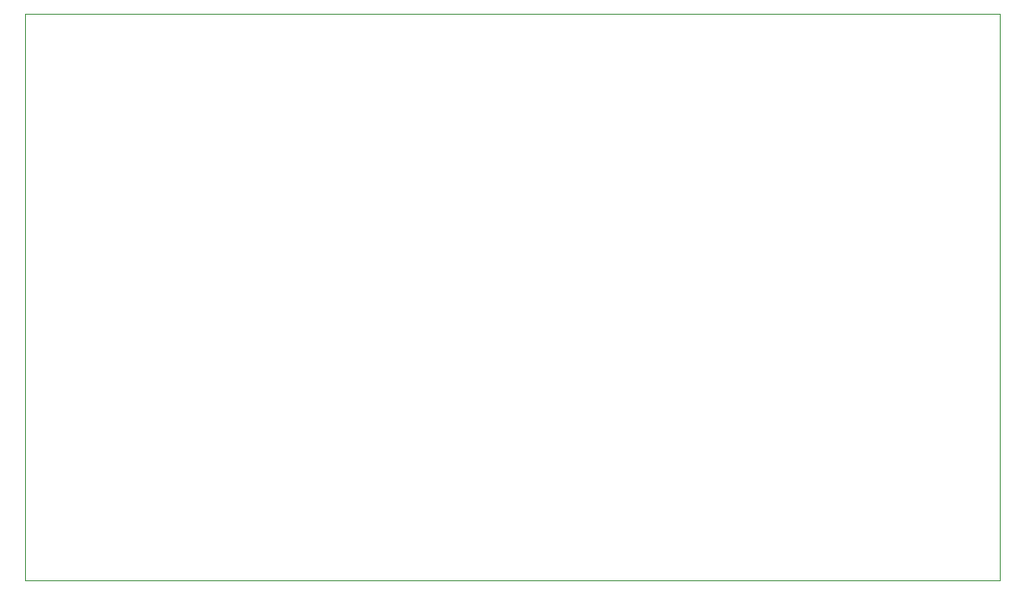
<source format=gbr>
%FSLAX34Y34*%
%MOMM*%
%LNOUTLINE*%
G71*
G01*
%ADD10C, 0.10*%
%LPD*%
G54D10*
X3175Y-3175D02*
X958188Y-3175D01*
X958188Y-558155D01*
X3175Y-558155D01*
X3175Y-3175D01*
M02*

</source>
